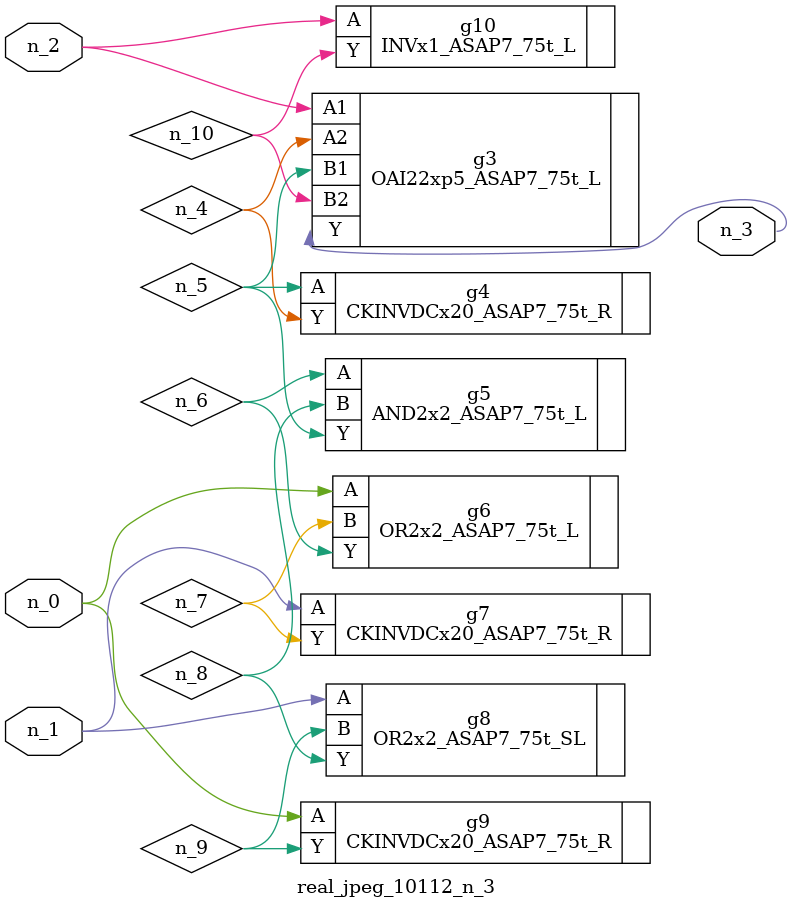
<source format=v>
module real_jpeg_10112_n_3 (n_1, n_0, n_2, n_3);

input n_1;
input n_0;
input n_2;

output n_3;

wire n_5;
wire n_4;
wire n_8;
wire n_6;
wire n_7;
wire n_10;
wire n_9;

OR2x2_ASAP7_75t_L g6 ( 
.A(n_0),
.B(n_7),
.Y(n_6)
);

CKINVDCx20_ASAP7_75t_R g9 ( 
.A(n_0),
.Y(n_9)
);

CKINVDCx20_ASAP7_75t_R g7 ( 
.A(n_1),
.Y(n_7)
);

OR2x2_ASAP7_75t_SL g8 ( 
.A(n_1),
.B(n_9),
.Y(n_8)
);

OAI22xp5_ASAP7_75t_L g3 ( 
.A1(n_2),
.A2(n_4),
.B1(n_5),
.B2(n_10),
.Y(n_3)
);

INVx1_ASAP7_75t_L g10 ( 
.A(n_2),
.Y(n_10)
);

CKINVDCx20_ASAP7_75t_R g4 ( 
.A(n_5),
.Y(n_4)
);

AND2x2_ASAP7_75t_L g5 ( 
.A(n_6),
.B(n_8),
.Y(n_5)
);


endmodule
</source>
